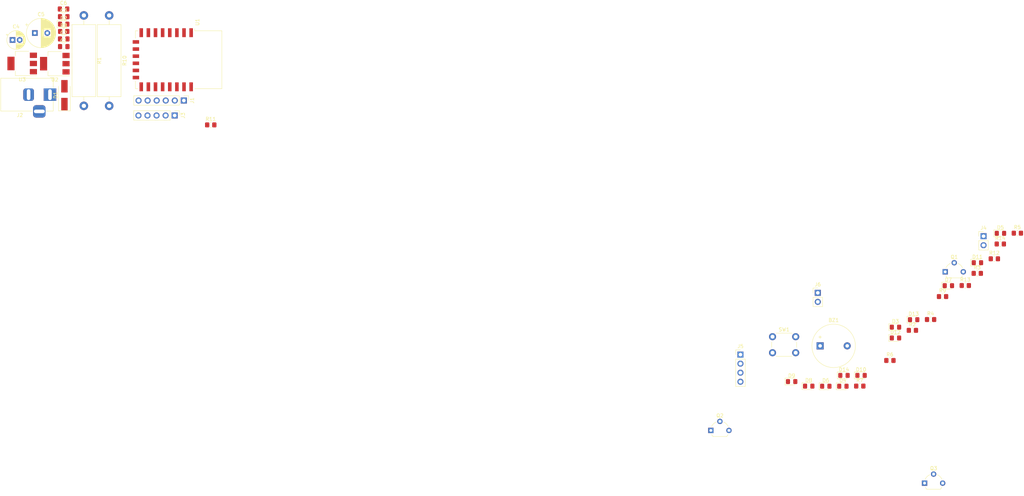
<source format=kicad_pcb>
(kicad_pcb (version 20211014) (generator pcbnew)
  (layers (0 "F.Cu" signal) (31 "B.Cu" signal) (34 "B.Paste" user) (35 "F.Paste" user) (36 "B.SilkS" user "B.Silkscreen") (37 "F.SilkS" user "F.Silkscreen") (38 "B.Mask" user) (39 "F.Mask" user) (44 "Edge.Cuts" user))
  (net 0 "")
  (net 1 "Net-(C1-Pad1)")
  (net 2 "/12V")
  (net 3 "Net-(C3-Pad1)")
  (net 4 "/IO15")
  (net 5 "/GND")
  (net 6 "/5V")
  (net 7 "Net-(D2-Pad2)")
  (net 8 "/Interrupt")
  (net 9 "/3.3V")
  (net 10 "/IO2")
  (net 11 "/IO0")
  (net 12 "/EN")
  (net 13 "Net-(D3-Pad2)")
  (net 14 "/RST")
  (net 15 "Net-(Q1-Pad2)")
  (net 16 "/BUZZER")
  (net 17 "Net-(Q2-Pad2)")
  (net 18 "/RED")
  (net 19 "Net-(Q3-Pad2)")
  (net 20 "/GREEN")
  (net 21 "Net-(D12-Pad2)")
  (net 29 "/SDA")
  (net 30 "/SCL")
  (net 31 "/RXD")
  (net 32 "/TXD")
  (net 33 "/GREEN_OUTPUT")
  (net 34 "/RED_OUTPUT")
  (net 35 "Net-(BZ1-Pad2)")
  (net 36 "Net-(D10-Pad1)")
  (net 37 "Net-(D10-Pad2)")
  (net 38 "Net-(D13-Pad1)")
  (net 39 "Net-(D12-Pad1)")
  (net 40 "Net-(D6-Pad1)")
  (net 41 "Net-(D3-Pad1)")
  (net 42 "Net-(D4-Pad1)")
  (net 43 "Net-(D7-Pad1)")
  (net 44 "/V+")
  (net 45 "/IRQ")
  (footprint "LED_SMD:LED_0805_2012Metric_Pad1.15x1.40mm_HandSolder" (layer "F.Cu") (at 391.095 128.445)
    (fp_text reference "D5" (at 0 -1.65) (layer "F.SilkS"))
    (fp_text value "Red")
    (pad "1" smd roundrect (at -1.025 0) (size 1.15 1.4) (layers "F.Cu" "F.Paste" "F.Mask") (roundrect_rratio 0.217391) (net 34 "/RED_OUTPUT"))
    (pad "2" smd roundrect (at 1.025 0) (size 1.15 1.4) (layers "F.Cu" "F.Paste" "F.Mask") (roundrect_rratio 0.217391) (net 42 "Net-(D4-Pad1)"))
  )
  (footprint "Resistor_THT:R_Axial_Power_L20.0mm_W6.4mm_P25.40mm" (layer "F.Cu") (at 141.05 67.25 -90)
    (fp_text reference "R10" (at 12.7 -4.32 90) (layer "F.SilkS"))
    (fp_text value "10/3W")
    (pad "1" thru_hole circle (at 0 0 270) (size 2.4 2.4) (drill 1.2) (layers *.Cu *.Mask) (net 3 "Net-(C3-Pad1)"))
    (pad "2" thru_hole oval (at 25.4 0 270) (size 2.4 2.4) (drill 1.2) (layers *.Cu *.Mask) (net 2 "/12V"))
  )
  (footprint "Resistor_THT:R_Axial_Power_L20.0mm_W6.4mm_P25.40mm" (layer "F.Cu") (at 133.95 67.25 -90)
    (fp_text reference "R1" (at 12.7 -4.32 90) (layer "F.SilkS"))
    (fp_text value "10/2W")
    (pad "1" thru_hole circle (at 0 0 270) (size 2.4 2.4) (drill 1.2) (layers *.Cu *.Mask) (net 1 "Net-(C1-Pad1)"))
    (pad "2" thru_hole oval (at 25.4 0 270) (size 2.4 2.4) (drill 1.2) (layers *.Cu *.Mask) (net 2 "/12V"))
  )
  (footprint "LED_SMD:LED_0805_2012Metric_Pad1.15x1.40mm_HandSolder" (layer "F.Cu") (at 376.485 143.145)
    (fp_text reference "D7" (at 0 -1.65) (layer "F.SilkS"))
    (fp_text value "Red")
    (pad "1" smd roundrect (at -1.025 0) (size 1.15 1.4) (layers "F.Cu" "F.Paste" "F.Mask") (roundrect_rratio 0.217391) (net 43 "Net-(D7-Pad1)"))
    (pad "2" smd roundrect (at 1.025 0) (size 1.15 1.4) (layers "F.Cu" "F.Paste" "F.Mask") (roundrect_rratio 0.217391) (net 40 "Net-(D6-Pad1)"))
  )
  (footprint "LED_SMD:LED_0805_2012Metric_Pad1.15x1.40mm_HandSolder" (layer "F.Cu") (at 337.305 171.355)
    (fp_text reference "D8" (at 0 -1.65) (layer "F.SilkS"))
    (fp_text value "Red")
    (pad "1" smd roundrect (at -1.025 0) (size 1.15 1.4) (layers "F.Cu" "F.Paste" "F.Mask") (roundrect_rratio 0.217391) (net 34 "/RED_OUTPUT"))
    (pad "2" smd roundrect (at 1.025 0) (size 1.15 1.4) (layers "F.Cu" "F.Paste" "F.Mask") (roundrect_rratio 0.217391) (net 43 "Net-(D7-Pad1)"))
  )
  (footprint "Capacitor_SMD:C_0805_2012Metric_Pad1.18x1.45mm_HandSolder" (layer "F.Cu") (at 128.25 65.45)
    (fp_text reference "C6" (at 0 -1.68) (layer "F.SilkS"))
    (fp_text value "104")
    (pad "1" smd roundrect (at -1.0375 0) (size 1.175 1.45) (layers "F.Cu" "F.Paste" "F.Mask") (roundrect_rratio 0.212766) (net 9 "/3.3V"))
    (pad "2" smd roundrect (at 1.0375 0) (size 1.175 1.45) (layers "F.Cu" "F.Paste" "F.Mask") (roundrect_rratio 0.212766) (net 5 "/GND"))
  )
  (footprint "Buzzer_Beeper:Buzzer_12x9.5RM7.6" (layer "F.Cu") (at 340.5 160.05)
    (fp_text reference "BZ1" (at 3.8 -7.2) (layer "F.SilkS"))
    (fp_text value "Buzzer")
    (fp_text user "+" (at -0.01 -2.54) (layer "F.SilkS"))
    (pad "1" thru_hole rect (at 0 0) (size 2 2) (drill 1) (layers *.Cu *.Mask) (net 2 "/12V"))
    (pad "2" thru_hole circle (at 7.6 0) (size 2 2) (drill 1) (layers *.Cu *.Mask) (net 35 "Net-(BZ1-Pad2)"))
  )
  (footprint "Connector_PinHeader_2.54mm:PinHeader_1x06_P2.54mm_Vertical" (layer "F.Cu") (at 162 91.15 -90)
    (fp_text reference "J1" (at 0 -2.33 90) (layer "F.SilkS"))
    (fp_text value "CONFIG_ESP12")
    (pad "1" thru_hole rect (at 0 0 270) (size 1.7 1.7) (drill 1) (layers *.Cu *.Mask) (net 9 "/3.3V"))
    (pad "2" thru_hole oval (at 0 2.54 270) (size 1.7 1.7) (drill 1) (layers *.Cu *.Mask) (net 32 "/TXD"))
    (pad "3" thru_hole oval (at 0 5.08 270) (size 1.7 1.7) (drill 1) (layers *.Cu *.Mask) (net 31 "/RXD"))
    (pad "4" thru_hole oval (at 0 7.62 270) (size 1.7 1.7) (drill 1) (layers *.Cu *.Mask) (net 11 "/IO0"))
    (pad "5" thru_hole oval (at 0 10.16 270) (size 1.7 1.7) (drill 1) (layers *.Cu *.Mask) (net 14 "/RST"))
    (pad "6" thru_hole oval (at 0 12.7 270) (size 1.7 1.7) (drill 1) (layers *.Cu *.Mask) (net 5 "/GND"))
  )
  (footprint "Package_TO_SOT_SMD:SOT-223-3_TabPin2" (layer "F.Cu") (at 125.8 80.8 180)
    (fp_text reference "U2" (at 0 -4.5) (layer "F.SilkS"))
    (fp_text value "L7805")
    (pad "1" smd rect (at -3.15 -2.3 180) (size 2 1.5) (layers "F.Cu" "F.Paste" "F.Mask") (net 1 "Net-(C1-Pad1)"))
    (pad "2" smd rect (at -3.15 0 180) (size 2 1.5) (layers "F.Cu" "F.Paste" "F.Mask") (net 5 "/GND"))
    (pad "2" smd rect (at 3.15 0 180) (size 2 3.8) (layers "F.Cu" "F.Paste" "F.Mask") (net 5 "/GND"))
    (pad "3" smd rect (at -3.15 2.3 180) (size 2 1.5) (layers "F.Cu" "F.Paste" "F.Mask") (net 6 "/5V"))
  )
  (footprint "Package_TO_SOT_THT:TO-92L_Wide" (layer "F.Cu") (at 309.85 183.8)
    (fp_text reference "Q2" (at 2.55 -4.15) (layer "F.SilkS"))
    (fp_text value "2N2219")
    (pad "1" thru_hole rect (at 0 0) (size 1.5 1.5) (drill 0.8) (layers *.Cu *.Mask) (net 5 "/GND"))
    (pad "2" thru_hole circle (at 2.54 -2.54) (size 1.5 1.5) (drill 0.8) (layers *.Cu *.Mask) (net 17 "Net-(Q2-Pad2)"))
    (pad "3" thru_hole circle (at 5.08 0) (size 1.5 1.5) (drill 0.8) (layers *.Cu *.Mask) (net 34 "/RED_OUTPUT"))
  )
  (footprint "Connector_PinHeader_2.54mm:PinHeader_1x02_P2.54mm_Vertical" (layer "F.Cu") (at 339.85 145.15)
    (fp_text reference "J6" (at 0 -2.33) (layer "F.SilkS"))
    (fp_text value "GREEN_LED_OUTPUT")
    (pad "1" thru_hole rect (at 0 0) (size 1.7 1.7) (drill 1) (layers *.Cu *.Mask) (net 33 "/GREEN_OUTPUT"))
    (pad "2" thru_hole oval (at 0 2.54) (size 1.7 1.7) (drill 1) (layers *.Cu *.Mask) (net 2 "/12V"))
  )
  (footprint "Capacitor_THT:CP_Radial_D5.0mm_P2.00mm" (layer "F.Cu") (at 113.944888 74.15)
    (fp_text reference "C4" (at 1 -3.75) (layer "F.SilkS"))
    (fp_text value "10UF")
    (pad "1" thru_hole rect (at 0 0) (size 1.6 1.6) (drill 0.8) (layers *.Cu *.Mask) (net 3 "Net-(C3-Pad1)"))
    (pad "2" thru_hole circle (at 2 0) (size 1.6 1.6) (drill 0.8) (layers *.Cu *.Mask) (net 5 "/GND"))
  )
  (footprint "LED_SMD:LED_0805_2012Metric_Pad1.15x1.40mm_HandSolder" (layer "F.Cu") (at 366.745 152.695)
    (fp_text reference "D13" (at 0 -1.65) (layer "F.SilkS"))
    (fp_text value "Green")
    (pad "1" smd roundrect (at -1.025 0) (size 1.15 1.4) (layers "F.Cu" "F.Paste" "F.Mask") (roundrect_rratio 0.217391) (net 38 "Net-(D13-Pad1)"))
    (pad "2" smd roundrect (at 1.025 0) (size 1.15 1.4) (layers "F.Cu" "F.Paste" "F.Mask") (roundrect_rratio 0.217391) (net 39 "Net-(D12-Pad1)"))
  )
  (footprint "Resistor_SMD:R_0805_2012Metric_Pad1.20x1.40mm_HandSolder" (layer "F.Cu") (at 128.3 71.75)
    (fp_text reference "R8" (at 0 -1.65) (layer "F.SilkS"))
    (fp_text value "330")
    (pad "1" smd roundrect (at -1 0) (size 1.2 1.4) (layers "F.Cu" "F.Paste" "F.Mask") (roundrect_rratio 0.208333) (net 6 "/5V"))
    (pad "2" smd roundrect (at 1 0) (size 1.2 1.4) (layers "F.Cu" "F.Paste" "F.Mask") (roundrect_rratio 0.208333) (net 7 "Net-(D2-Pad2)"))
  )
  (footprint "LED_SMD:LED_0805_2012Metric_Pad1.15x1.40mm_HandSolder" (layer "F.Cu") (at 361.645 154.795)
    (fp_text reference "D3" (at 0 -1.65) (layer "F.SilkS"))
    (fp_text value "Red")
    (pad "1" smd roundrect (at -1.025 0) (size 1.15 1.4) (layers "F.Cu" "F.Paste" "F.Mask") (roundrect_rratio 0.217391) (net 41 "Net-(D3-Pad1)"))
    (pad "2" smd roundrect (at 1.025 0) (size 1.15 1.4) (layers "F.Cu" "F.Paste" "F.Mask") (roundrect_rratio 0.217391) (net 13 "Net-(D3-Pad2)"))
  )
  (footprint "Capacitor_SMD:C_0805_2012Metric_Pad1.18x1.45mm_HandSolder" (layer "F.Cu") (at 128.3 67.6)
    (fp_text reference "C3" (at 0 -1.68) (layer "F.SilkS"))
    (fp_text value "334")
    (pad "1" smd roundrect (at -1.0375 0) (size 1.175 1.45) (layers "F.Cu" "F.Paste" "F.Mask") (roundrect_rratio 0.212766) (net 3 "Net-(C3-Pad1)"))
    (pad "2" smd roundrect (at 1.0375 0) (size 1.175 1.45) (layers "F.Cu" "F.Paste" "F.Mask") (roundrect_rratio 0.212766) (net 5 "/GND"))
  )
  (footprint "LED_SMD:LED_0805_2012Metric_Pad1.15x1.40mm_HandSolder" (layer "F.Cu") (at 347.195 168.345)
    (fp_text reference "D14" (at 0 -1.65) (layer "F.SilkS"))
    (fp_text value "Green")
    (pad "1" smd roundrect (at -1.025 0) (size 1.15 1.4) (layers "F.Cu" "F.Paste" "F.Mask") (roundrect_rratio 0.217391) (net 33 "/GREEN_OUTPUT"))
    (pad "2" smd roundrect (at 1.025 0) (size 1.15 1.4) (layers "F.Cu" "F.Paste" "F.Mask") (roundrect_rratio 0.217391) (net 38 "Net-(D13-Pad1)"))
  )
  (footprint "Resistor_SMD:R_0805_2012Metric_Pad1.20x1.40mm_HandSolder" (layer "F.Cu") (at 381.23 143.1)
    (fp_text reference "R13" (at 0 -1.65) (layer "F.SilkS"))
    (fp_text value "1K")
    (pad "1" smd roundrect (at -1 0) (size 1.2 1.4) (layers "F.Cu" "F.Paste" "F.Mask") (roundrect_rratio 0.208333) (net 19 "Net-(Q3-Pad2)"))
    (pad "2" smd roundrect (at 1 0) (size 1.2 1.4) (layers "F.Cu" "F.Paste" "F.Mask") (roundrect_rratio 0.208333) (net 20 "/GREEN"))
  )
  (footprint "Resistor_SMD:R_0805_2012Metric_Pad1.20x1.40mm_HandSolder" (layer "F.Cu") (at 395.84 128.4)
    (fp_text reference "R5" (at 0 -1.65) (layer "F.SilkS"))
    (fp_text value "12K")
    (pad "1" smd roundrect (at -1 0) (size 1.2 1.4) (layers "F.Cu" "F.Paste" "F.Mask") (roundrect_rratio 0.208333) (net 11 "/IO0"))
    (pad "2" smd roundrect (at 1 0) (size 1.2 1.4) (layers "F.Cu" "F.Paste" "F.Mask") (roundrect_rratio 0.208333) (net 9 "/3.3V"))
  )
  (footprint "Connector_PinHeader_2.54mm:PinHeader_1x04_P2.54mm_Vertical" (layer "F.Cu") (at 318.15 162.5)
    (fp_text reference "J5" (at 0 -2.33) (layer "F.SilkS"))
    (fp_text value "LCD_I2C")
    (pad "1" thru_hole rect (at 0 0) (size 1.7 1.7) (drill 1) (layers *.Cu *.Mask) (net 30 "/SCL"))
    (pad "2" thru_hole oval (at 0 2.54) (size 1.7 1.7) (drill 1) (layers *.Cu *.Mask) (net 29 "/SDA"))
    (pad "3" thru_hole oval (at 0 5.08) (size 1.7 1.7) (drill 1) (layers *.Cu *.Mask) (net 6 "/5V"))
    (pad "4" thru_hole oval (at 0 7.62) (size 1.7 1.7) (drill 1) (layers *.Cu *.Mask) (net 5 "/GND"))
  )
  (footprint "Resistor_SMD:R_0805_2012Metric_Pad1.20x1.40mm_HandSolder" (layer "F.Cu") (at 371.49 152.65)
    (fp_text reference "R4" (at 0 -1.65) (layer "F.SilkS"))
    (fp_text value "12K")
    (pad "1" smd roundrect (at -1 0) (size 1.2 1.4) (layers "F.Cu" "F.Paste" "F.Mask") (roundrect_rratio 0.208333) (net 12 "/EN"))
    (pad "2" smd roundrect (at 1 0) (size 1.2 1.4) (layers "F.Cu" "F.Paste" "F.Mask") (roundrect_rratio 0.208333) (net 9 "/3.3V"))
  )
  (footprint "Resistor_SMD:R_0805_2012Metric_Pad1.20x1.40mm_HandSolder" (layer "F.Cu") (at 360.08 164.15)
    (fp_text reference "R6" (at 0 -1.65) (layer "F.SilkS"))
    (fp_text value "12K")
    (pad "1" smd roundrect (at -1 0) (size 1.2 1.4) (layers "F.Cu" "F.Paste" "F.Mask") (roundrect_rratio 0.208333) (net 10 "/IO2"))
    (pad "2" smd roundrect (at 1 0) (size 1.2 1.4) (layers "F.Cu" "F.Paste" "F.Mask") (roundrect_rratio 0.208333) (net 9 "/3.3V"))
  )
  (footprint "LED_SMD:LED_0805_2012Metric_Pad1.15x1.40mm_HandSolder" (layer "F.Cu") (at 351.985 168.345)
    (fp_text reference "D10" (at 0 -1.65) (layer "F.SilkS"))
    (fp_text value "Green")
    (pad "1" smd roundrect (at -1.025 0) (size 1.15 1.4) (layers "F.Cu" "F.Paste" "F.Mask") (roundrect_rratio 0.217391) (net 36 "Net-(D10-Pad1)"))
    (pad "2" smd roundrect (at 1.025 0) (size 1.15 1.4) (layers "F.Cu" "F.Paste" "F.Mask") (roundrect_rratio 0.217391) (net 37 "Net-(D10-Pad2)"))
  )
  (footprint "Package_TO_SOT_THT:TO-92L_Wide" (layer "F.Cu") (at 369.8 198.6)
    (fp_text reference "Q3" (at 2.55 -4.15) (layer "F.SilkS"))
    (fp_text value "2N2219")
    (pad "1" thru_hole rect (at 0 0) (size 1.5 1.5) (drill 0.8) (layers *.Cu *.Mask) (net 5 "/GND"))
    (pad "2" thru_hole circle (at 2.54 -2.54) (size 1.5 1.5) (drill 0.8) (layers *.Cu *.Mask) (net 19 "Net-(Q3-Pad2)"))
    (pad "3" thru_hole circle (at 5.08 0) (size 1.5 1.5) (drill 0.8) (layers *.Cu *.Mask) (net 33 "/GREEN_OUTPUT"))
  )
  (footprint "LED_SMD:LED_0805_2012Metric_Pad1.15x1.40mm_HandSolder" (layer "F.Cu") (at 332.515 170.075)
    (fp_text reference "D9" (at 0 -1.65) (layer "F.SilkS"))
    (fp_text value "Green")
    (pad "1" smd roundrect (at -1.025 0) (size 1.15 1.4) (layers "F.Cu" "F.Paste" "F.Mask") (roundrect_rratio 0.217391) (net 37 "Net-(D10-Pad2)"))
    (pad "2" smd roundrect (at 1.025 0) (size 1.15 1.4) (layers "F.Cu" "F.Paste" "F.Mask") (roundrect_rratio 0.217391) (net 21 "Net-(D12-Pad2)"))
  )
  (footprint "LED_SMD:LED_0805_2012Metric_Pad1.15x1.40mm_HandSolder" (layer "F.Cu") (at 346.885 171.385)
    (fp_text reference "D4" (at 0 -1.65) (layer "F.SilkS"))
    (fp_text value "Red")
    (pad "1" smd roundrect (at -1.025 0) (size 1.15 1.4) (layers "F.Cu" "F.Paste" "F.Mask") (roundrect_rratio 0.217391) (net 42 "Net-(D4-Pad1)"))
    (pad "2" smd roundrect (at 1.025 0) (size 1.15 1.4) (layers "F.Cu" "F.Paste" "F.Mask") (roundrect_rratio 0.217391) (net 41 "Net-(D3-Pad1)"))
  )
  (footprint "Resistor_SMD:R_0805_2012Metric_Pad1.20x1.40mm_HandSolder" (layer "F.Cu") (at 389.38 135.6)
    (fp_text reference "R12" (at 0 -1.65) (layer "F.SilkS"))
    (fp_text value "220")
    (pad "1" smd roundrect (at -1 0) (size 1.2 1.4) (layers "F.Cu" "F.Paste" "F.Mask") (roundrect_rratio 0.208333) (net 2 "/12V"))
    (pad "2" smd roundrect (at 1 0) (size 1.2 1.4) (layers "F.Cu" "F.Paste" "F.Mask") (roundrect_rratio 0.208333) (net 13 "Net-(D3-Pad2)"))
  )
  (footprint "Resistor_SMD:R_0805_2012Metric_Pad1.20x1.40mm_HandSolder" (layer "F.Cu") (at 169.55 98)
    (fp_text reference "R11" (at 0 -1.65) (layer "F.SilkS"))
    (fp_text value "1K")
    (pad "1" smd roundrect (at -1 0) (size 1.2 1.4) (layers "F.Cu" "F.Paste" "F.Mask") (roundrect_rratio 0.208333) (net 17 "Net-(Q2-Pad2)"))
    (pad "2" smd roundrect (at 1 0) (size 1.2 1.4) (layers "F.Cu" "F.Paste" "F.Mask") (roundrect_rratio 0.208333) (net 18 "/RED"))
  )
  (footprint "Package_TO_SOT_THT:TO-92L_Wide" (layer "F.Cu") (at 375.59 139.25)
    (fp_text reference "Q1" (at 2.55 -4.15) (layer "F.SilkS"))
    (fp_text value "2N2219")
    (pad "1" thru_hole rect (at 0 0) (size 1.5 1.5) (drill 0.8) (layers *.Cu *.Mask) (net 5 "/GND"))
    (pad "2" thru_hole circle (at 2.54 -2.54) (size 1.5 1.5) (drill 0.8) (layers *.Cu *.Mask) (net 15 "Net-(Q1-Pad2)"))
    (pad "3" thru_hole circle (at 5.08 0) (size 1.5 1.5) (drill 0.8) (layers *.Cu *.Mask) (net 35 "Net-(BZ1-Pad2)"))
  )
  (footprint "Resistor_SMD:R_0805_2012Metric_Pad1.20x1.40mm_HandSolder" (layer "F.Cu") (at 351.63 171.34)
    (fp_text reference "R7" (at 0 -1.65) (layer "F.SilkS"))
    (fp_text value "10K")
    (pad "1" smd roundrect (at -1 0) (size 1.2 1.4) (layers "F.Cu" "F.Paste" "F.Mask") (roundrect_rratio 0.208333) (net 8 "/Interrupt"))
    (pad "2" smd roundrect (at 1 0) (size 1.2 1.4) (layers "F.Cu" "F.Paste" "F.Mask") (roundrect_rratio 0.208333) (net 9 "/3.3V"))
  )
  (footprint "LED_SMD:LED_0805_2012Metric_Pad1.15x1.40mm_HandSolder" (layer "F.Cu") (at 384.635 136.695)
    (fp_text reference "D11" (at 0 -1.65) (layer "F.SilkS"))
    (fp_text value "Green")
    (pad "1" smd roundrect (at -1.025 0) (size 1.15 1.4) (layers "F.Cu" "F.Paste" "F.Mask") (roundrect_rratio 0.217391) (net 33 "/GREEN_OUTPUT"))
    (pad "2" smd roundrect (at 1.025 0) (size 1.15 1.4) (layers "F.Cu" "F.Paste" "F.Mask") (roundrect_rratio 0.217391) (net 36 "Net-(D10-Pad1)"))
  )
  (footprint "LED_SMD:LED_0805_2012Metric_Pad1.15x1.40mm_HandSolder" (layer "F.Cu") (at 361.645 157.835)
    (fp_text reference "D12" (at 0 -1.65) (layer "F.SilkS"))
    (fp_text value "Green")
    (pad "1" smd roundrect (at -1.025 0) (size 1.15 1.4) (layers "F.Cu" "F.Paste" "F.Mask") (roundrect_rratio 0.217391) (net 39 "Net-(D12-Pad1)"))
    (pad "2" smd roundrect (at 1.025 0) (size 1.15 1.4) (layers "F.Cu" "F.Paste" "F.Mask") (roundrect_rratio 0.217391) (net 21 "Net-(D12-Pad2)"))
  )
  (footprint "Connector_PinHeader_2.54mm:PinHeader_1x05_P2.54mm_Vertical" (layer "F.Cu") (at 159.425 95.35 -90)
    (fp_text reference "J3" (at 0 -2.33 90) (layer "F.SilkS"))
    (fp_text value "RFID")
    (pad "1" thru_hole rect (at 0 0 270) (size 1.7 1.7) (drill 1) (layers *.Cu *.Mask) (net 30 "/SCL"))
    (pad "2" thru_hole oval (at 0 2.54 270) (size 1.7 1.7) (drill 1) (layers *.Cu *.Mask) (net 29 "/SDA"))
    (pad "3" thru_hole oval (at 0 5.08 270) (size 1.7 1.7) (drill 1) (layers *.Cu *.Mask) (net 45 "/IRQ"))
    (pad "4" thru_hole oval (at 0 7.62 270) (size 1.7 1.7) (drill 1) (layers *.Cu *.Mask) (net 6 "/5V"))
    (pad "5" thru_hole oval (at 0 10.16 270) (size 1.7 1.7) (drill 1) (layers *.Cu *.Mask) (net 5 "/GND"))
  )
  (footprint "Connector_PinHeader_2.54mm:PinHeader_1x02_P2.54mm_Vertical" (layer "F.Cu") (at 386.35 129.25)
    (fp_text reference "J4" (at 0 -2.33) (layer "F.SilkS"))
    (fp_text value "RED_LED_OUTPUT")
    (pad "1" thru_hole rect (at 0 0) (size 1.7 1.7) (drill 1) (layers *.Cu *.Mask) (net 34 "/RED_OUTPUT"))
    (pad "2" thru_hole oval (at 0 2.54) (size 1.7 1.7) (drill 1) (layers *.Cu *.Mask) (net 2 "/12V"))
  )
  (footprint "Resistor_SMD:R_0805_2012Metric_Pad1.20x1.40mm_HandSolder" (layer "F.Cu") (at 384.59 139.69)
    (fp_text reference "R3" (at 0 -1.65) (layer "F.SilkS"))
    (fp_text value "12K")
    (pad "1" smd roundrect (at -1 0) (size 1.2 1.4) (layers "F.Cu" "F.Paste" "F.Mask") (roundrect_rratio 0.208333) (net 14 "/RST"))
    (pad "2" smd roundrect (at 1 0) (size 1.2 1.4) (layers "F.Cu" "F.Paste" "F.Mask") (roundrect_rratio 0.208333) (net 9 "/3.3V"))
  )
  (footprint "Resistor_SMD:R_0805_2012Metric_Pad1.20x1.40mm_HandSolder" (layer "F.Cu") (at 374.85 146.2)
    (fp_text reference "R9" (at 0 -1.65) (layer "F.SilkS"))
    (fp_text value "1K")
    (pad "1" smd roundrect (at -1 0) (size 1.2 1.4) (layers "F.Cu" "F.Paste" "F.Mask") (roundrect_rratio 0.208333) (net 15 "Net-(Q1-Pad2)"))
    (pad "2" smd roundrect (at 1 0) (size 1.2 1.4) (layers "F.Cu" "F.Paste" "F.Mask") (roundrect_rratio 0.208333) (net 16 "/BUZZER"))
  )
  (footprint "Resistor_SMD:R_0805_2012Metric_Pad1.20x1.40mm_HandSolder" (layer "F.Cu") (at 366.39 155.69)
    (fp_text reference "R2" (at 0 -1.65) (layer "F.SilkS"))
    (fp_text value "12K")
    (pad "1" smd roundrect (at -1 0) (size 1.2 1.4) (layers "F.Cu" "F.Paste" "F.Mask") (roundrect_rratio 0.208333) (net 4 "/IO15"))
    (pad "2" smd roundrect (at 1 0) (size 1.2 1.4) (layers "F.Cu" "F.Paste" "F.Mask") (roundrect_rratio 0.208333) (net 5 "/GND"))
  )
  (footprint "LED_SMD:LED_0805_2012Metric_Pad1.15x1.40mm_HandSolder" (layer "F.Cu") (at 128.3 69.7)
    (fp_text reference "D2" (at 0 -1.65) (layer "F.SilkS"))
    (fp_text value "LED")
    (pad "1" smd roundrect (at -1.025 0) (size 1.15 1.4) (layers "F.Cu" "F.Paste" "F.Mask") (roundrect_rratio 0.217391) (net 5 "/GND"))
    (pad "2" smd roundrect (at 1.025 0) (size 1.15 1.4) (layers "F.Cu" "F.Paste" "F.Mask") (roundrect_rratio 0.217391) (net 7 "Net-(D2-Pad2)"))
  )
  (footprint "Capacitor_THT:CP_Radial_D8.0mm_P3.50mm" (layer "F.Cu") (at 120.197349 72.2)
    (fp_text reference "C5" (at 1.75 -5.25) (layer "F.SilkS"))
    (fp_text value "100UF")
    (pad "1" thru_hole rect (at 0 0) (size 1.6 1.6) (drill 0.8) (layers *.Cu *.Mask) (net 9 "/3.3V"))
    (pad "2" thru_hole circle (at 3.5 0) (size 1.6 1.6) (drill 0.8) (layers *.Cu *.Mask) (net 5 "/GND"))
  )
  (footprint "Diode_SMD:D_SMA_Handsoldering" (layer "F.Cu") (at 128.5 89.65 90)
    (fp_text reference "D1" (at 0 -2.5 90) (layer "F.SilkS"))
    (fp_text value "1N5407")
    (pad "1" smd rect (at -2.5 0 90) (size 3.5 1.8) (layers "F.Cu" "F.Paste" "F.Mask") (net 2 "/12V"))
    (pad "2" smd rect (at 2.5 0 90) (size 3.5 1.8) (layers "F.Cu" "F.Paste" "F.Mask") (net 44 "/V+"))
  )
  (footprint "Resistor_SMD:R_0805_2012Metric_Pad1.20x1.40mm_HandSolder" (layer "F.Cu") (at 391.05 131.44)
    (fp_text reference "R14" (at 0 -1.65) (layer "F.SilkS"))
    (fp_text value "220")
    (pad "1" smd roundrect (at -1 0) (size 1.2 1.4) (layers "F.Cu" "F.Paste" "F.Mask") (roundrect_rratio 0.208333) (net 2 "/12V"))
    (pad "2" smd roundrect (at 1 0) (size 1.2 1.4) (layers "F.Cu" "F.Paste" "F.Mask") (roundrect_rratio 0.208333) (net 21 "Net-(D12-Pad2)"))
  )
  (footprint "RF_Module:ESP-12E" (layer "F.Cu") (at 160.55 79.7 -90)
    (fp_text reference "U1" (at -10.56 -5.26 90) (layer "F.SilkS"))
    (fp_text value "ESP-12E")
    (pad "1" smd rect (at -7.6 -3.5 270) (size 2.5 1) (layers "F.Cu" "F.Paste" "F.Mask") (net 14 "/RST"))
    (pad "2" smd rect (at -7.6 -1.5 270) (size 2.5 1) (layers "F.Cu" "F.Paste" "F.Mask"))
    (pad "3" smd rect (at -7.6 0.5 270) (size 2.5 1) (layers "F.Cu" "F.Paste" "F.Mask") (net 12 "/EN"))
    (pad "4" smd rect (at -7.6 2.5 270) (size 2.5 1) (layers "F.Cu" "F.Paste" "F.Mask") (net 8 "/Interrupt"))
    (pad "5" smd rect (at -7.6 4.5 270) (size 2.5 1) (layers "F.Cu" "F.Paste" "F.Mask") (net 20 "/GREEN"))
    (pad "6" smd rect (at -7.6 6.5 270) (size 2.5 1) (layers "F.Cu" "F.Paste" "F.Mask") (net 18 "/RED"))
    (pad "7" smd rect (at -7.6 8.5 270) (size 2.5 1) (layers "F.Cu" "F.Paste" "F.Mask") (net 16 "/BUZZER"))
    (pad "8" smd rect (at -7.6 10.5 270) (size 2.5 1) (layers "F.Cu" "F.Paste" "F.Mask") (net 9 "/3.3V"))
    (pad "9" smd rect (at -5 12 270) (size 1 1.8) (layers "F.Cu" "F.Paste" "F.Mask"))
    (pad "10" smd rect (at -3 12 270) (size 1 1.8) (layers "F.Cu" "F.Paste" "F.Mask"))
    (pad "11" smd rect (at -1 12 270) (size 1 1.8) (layers "F.Cu" "F.Paste" "F.Mask"))
    (pad "12" smd rect (at 1 12 270) (size 1 1.8) (layers "F.Cu" "F.Paste" "F.Mask"))
    (pad "13" smd rect (at 3 12 270) (size 1 1.8) (layers "F.Cu" "F.Paste" "F.Mask"))
    (pad "14" smd rect (at 5 12 270) (size 1 1.8) (layers "F.Cu" "F.Paste" "F.Mask"))
    (pad "15" smd rect (at 7.6 10.5 270) (size 2.5 1) (layers "F.Cu" "F.Paste" "F.Mask") (net 5 "/GND"))
    (pad "16" smd rect (at 7.6 8.5 270) (size 2.5 1) (layers "F.Cu" "F.Paste" "F.Mask") (net 4 "/IO15"))
    (pad "17" smd rect (at 7.6 6.5 270) (size 2.5 1) (layers "F.Cu" "F.Paste" "F.Mask") (net 10 "/IO2"))
    (pad "18" smd rect (at 7.6 4.5 270) (size 2.5 1) (layers "F.Cu" "F.Paste" "F.Mask") (net 11 "/IO0"))
    (pad "19" smd rect (at 7.6 2.5 270) (size 2.5 1) (layers "F.Cu" "F.Paste" "F.Mask") (net 29 "/SDA"))
    (pad "20" smd rect (at 7.6 0.5 270) (size 2.5 1) (layers "F.Cu" "F.Paste" "F.Mask") (net 30 "/SCL"))
    (pad "21" smd rect (at 7.6 -1.5 270) (size 2.5 1) (layers "F.Cu" "F.Paste" "F.Mask") (net 31 "/RXD"))
    (pad "22" smd rect (at 7.6 -3.5 270) (size 2.5 1) (layers "F.Cu" "F.Paste" "F.Mask") (net 32 "/TXD"))
  )
  (footprint "Connector_BarrelJack:BarrelJack_Horizontal" (layer "F.Cu") (at 124.45 89.5)
    (fp_text reference "J2" (at -8.45 5.75) (layer "F.SilkS"))
    (fp_text value "Barrel_Jack_Switch")
    (pad "1" thru_hole rect (at 0 0) (size 3.5 3.5) (drill oval 1 3) (layers *.Cu *.Mask) (net 44 "/V+"))
    (pad "2" thru_hole roundrect (at -6 0) (size 3 3.5) (drill oval 1 3) (layers *.Cu *.Mask) (net 5 "/GND"))
    (pad "3" thru_hole roundrect (at -3 4.7) (size 3.5 3.5) (drill oval 3 1) (layers *.Cu *.Mask) (net 5 "/GND"))
  )
  (footprint "Button_Switch_THT:SW_PUSH_6mm_H7.3mm" (layer "F.Cu") (at 327.15 157.48)
    (fp_text reference "SW1" (at 3.25 -2) (layer "F.SilkS"))
    (fp_text value "SW_Push")
    (pad "1" thru_hole circle (at 6.5 0 90) (size 2 2) (drill 1.1) (layers *.Cu *.Mask) (net 5 "/GND"))
    (pad "1" thru_hole circle (at 0 0 90) (size 2 2) (drill 1.1) (layers *.Cu *.Mask) (net 5 "/GND"))
    (pad "2" thru_hole circle (at 0 4.5 90) (size 2 2) (drill 1.1) (layers *.Cu *.Mask) (net 8 "/Interrupt"))
    (pad "2" thru_hole circle (at 6.5 4.5 90) (size 2 2) (drill 1.1) (layers *.Cu *.Mask) (net 8 "/Interrupt"))
  )
  (footprint "LED_SMD:LED_0805_2012Metric_Pad1.15x1.40mm_HandSolder" (layer "F.Cu") (at 342.095 171.385)
    (fp_text reference "D6" (at 0 -1.65) (layer "F.SilkS"))
    (fp_text value "Red")
    (pad "1" smd roundrect (at -1.025 0) (size 1.15 1.4) (layers "F.Cu" "F.Paste" "F.Mask") (roundrect_rratio 0.217391) (net 40 "Net-(D6-Pad1)"))
    (pad "2" smd roundrect (at 1.025 0) (size 1.15 1.4) (layers "F.Cu" "F.Paste" "F.Mask") (roundrect_rratio 0.217391) (net 13 "Net-(D3-Pad2)"))
  )
  (footprint "Package_TO_SOT_SMD:SOT-223-3_TabPin2" (layer "F.Cu") (at 116.65 80.75 180)
    (fp_text reference "U3" (at 0 -4.5) (layer "F.SilkS"))
    (fp_text value "AMS1117-3.3")
    (pad "1" smd rect (at -3.15 -2.3 180) (size 2 1.5) (layers "F.Cu" "F.Paste" "F.Mask") (net 5 "/GND"))
    (pad "2" smd rect (at -3.15 0 180) (size 2 1.5) (layers "F.Cu" "F.Paste" "F.Mask") (net 9 "/3.3V"))
    (pad "2" smd rect (at 3.15 0 180) (size 2 3.8) (layers "F.Cu" "F.Paste" "F.Mask") (net 9 "/3.3V"))
    (pad "3" smd rect (at -3.15 2.3 180) (size 2 1.5) (layers "F.Cu" "F.Paste" "F.Mask") (net 3 "Net-(C3-Pad1)"))
  )
  (footprint "Capacitor_SMD:C_0805_2012Metric_Pad1.18x1.45mm_HandSolder" (layer "F.Cu") (at 128.3 73.85)
    (fp_text reference "C2" (at 0 -1.68) (layer "F.SilkS"))
    (fp_text value "104")
    (pad "1" smd roundrect (at -1.0375 0) (size 1.175 1.45) (layers "F.Cu" "F.Paste" "F.Mask") (roundrect_rratio 0.212766) (net 6 "/5V"))
    (pad "2" smd roundrect (at 1.0375 0) (size 1.175 1.45) (layers "F.Cu" "F.Paste" "F.Mask") (roundrect_rratio 0.212766) (net 5 "/GND"))
  )
  (footprint "Capacitor_SMD:C_0805_2012Metric_Pad1.18x1.45mm_HandSolder" (layer "F.Cu") (at 128.3125 76)
    (fp_text reference "C1" (at 0 -1.68) (layer "F.SilkS"))
    (fp_text value "334")
    (pad "1" smd roundrect (at -1.0375 0) (size 1.175 1.45) (layers "F.Cu" "F.Paste" "F.Mask") (roundrect_rratio 0.212766) (net 1 "Net-(C1-Pad1)"))
    (pad "2" smd roundrect (at 1.0375 0) (size 1.175 1.45) (layers "F.Cu" "F.Paste" "F.Mask") (roundrect_rratio 0.212766) (net 5 "/GND"))
  )
)
</source>
